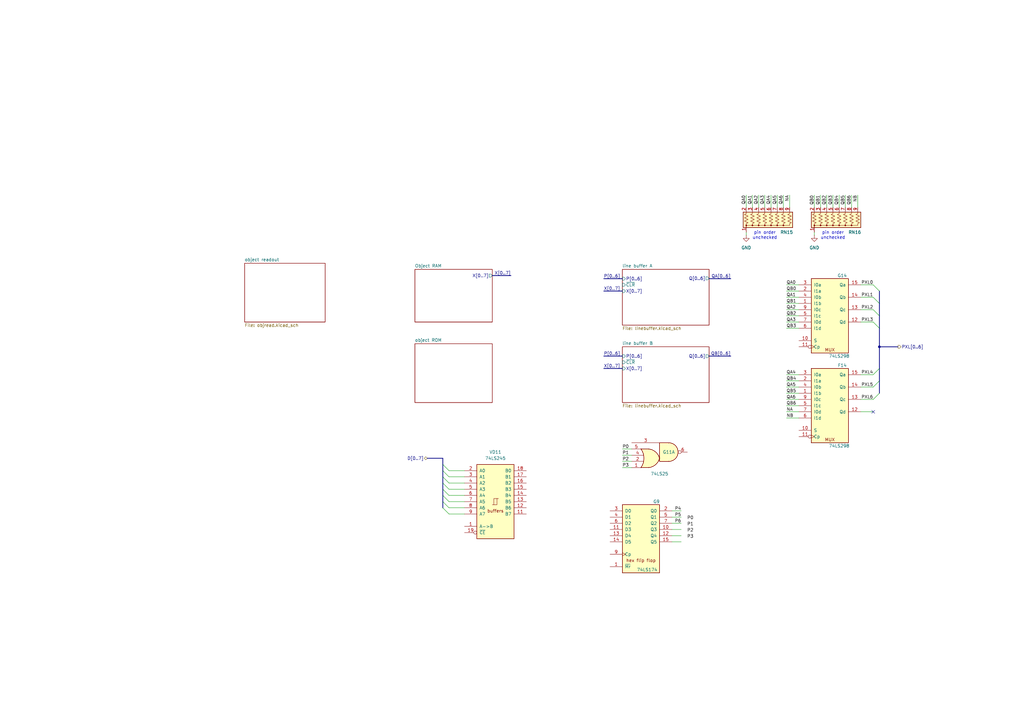
<source format=kicad_sch>
(kicad_sch (version 20231120) (generator "eeschema") (generator_version "8.0")
  (paper "A3")
  (title_block (date "2024-10-12") (company "JOTEGO") (comment 1 "Jose Tejada"))
  (lib_symbols
    (symbol "Device:R_Network08_US" (pin_names (offset 0) hide)
      (property "Reference" "RN" (at -12.7 0 90))
      (property "Value" "R_Network08_US" (at 10.16 0 90))
      (symbol "R_Network08_US_0_1"
        (rectangle (start -11.43 -3.175) (end 8.89 3.175) (stroke (width 0.254)) (fill (type background)))
        (circle (center -10.16 2.286) (radius 0.254) (fill (type outline)))
        (circle (center -7.62 2.286) (radius 0.254) (fill (type outline)))
        (circle (center -5.08 2.286) (radius 0.254) (fill (type outline)))
        (circle (center -2.54 2.286) (radius 0.254) (fill (type outline)))
        (polyline (pts (xy -10.16 2.286) (xy 7.62 2.286)))
        (polyline (pts (xy -10.16 2.286) (xy -10.16 1.524) (xy -9.398 1.1684) (xy -10.922 0.508) (xy -9.398 -0.1524) (xy -10.922 -0.8382) (xy -9.398 -1.524) (xy -10.922 -2.1844) (xy -10.16 -2.54) (xy -10.16 -3.81)))
        (polyline (pts (xy -7.62 2.286) (xy -7.62 1.524) (xy -6.858 1.1684) (xy -8.382 0.508) (xy -6.858 -0.1524) (xy -8.382 -0.8382) (xy -6.858 -1.524) (xy -8.382 -2.1844) (xy -7.62 -2.54) (xy -7.62 -3.81)))
        (polyline (pts (xy -5.08 2.286) (xy -5.08 1.524) (xy -4.318 1.1684) (xy -5.842 0.508) (xy -4.318 -0.1524) (xy -5.842 -0.8382) (xy -4.318 -1.524) (xy -5.842 -2.1844) (xy -5.08 -2.54) (xy -5.08 -3.81)))
        (polyline (pts (xy -2.54 2.286) (xy -2.54 1.524) (xy -1.778 1.1684) (xy -3.302 0.508) (xy -1.778 -0.1524) (xy -3.302 -0.8382) (xy -1.778 -1.524) (xy -3.302 -2.1844) (xy -2.54 -2.54) (xy -2.54 -3.81)))
        (polyline (pts (xy 0 2.286) (xy 0 1.524) (xy 0.762 1.1684) (xy -0.762 0.508) (xy 0.762 -0.1524) (xy -0.762 -0.8382) (xy 0.762 -1.524) (xy -0.762 -2.1844) (xy 0 -2.54) (xy 0 -3.81)))
        (polyline (pts (xy 2.54 2.286) (xy 2.54 1.524) (xy 3.302 1.1684) (xy 1.778 0.508) (xy 3.302 -0.1524) (xy 1.778 -0.8382) (xy 3.302 -1.524) (xy 1.778 -2.1844) (xy 2.54 -2.54) (xy 2.54 -3.81)))
        (polyline (pts (xy 5.08 2.286) (xy 5.08 1.524) (xy 5.842 1.1684) (xy 4.318 0.508) (xy 5.842 -0.1524) (xy 4.318 -0.8382) (xy 5.842 -1.524) (xy 4.318 -2.1844) (xy 5.08 -2.54) (xy 5.08 -3.81)))
        (polyline (pts (xy 7.62 2.286) (xy 7.62 1.524) (xy 8.382 1.1684) (xy 6.858 0.508) (xy 8.382 -0.1524) (xy 6.858 -0.8382) (xy 8.382 -1.524) (xy 6.858 -2.1844) (xy 7.62 -2.54) (xy 7.62 -3.81)))
        (circle (center 0 2.286) (radius 0.254) (fill (type outline)))
        (circle (center 2.54 2.286) (radius 0.254) (fill (type outline)))
        (circle (center 5.08 2.286) (radius 0.254) (fill (type outline)))
      )
      (symbol "R_Network08_US_1_1"
        (pin passive line (at -10.16 5.08 270) (length 2.54) (name "common") (number "1"))
        (pin passive line (at -10.16 -5.08 90) (length 1.27) (name "R1") (number "2"))
        (pin passive line (at -7.62 -5.08 90) (length 1.27) (name "R2") (number "3"))
        (pin passive line (at -5.08 -5.08 90) (length 1.27) (name "R3") (number "4"))
        (pin passive line (at -2.54 -5.08 90) (length 1.27) (name "R4") (number "5"))
        (pin passive line (at 0 -5.08 90) (length 1.27) (name "R5") (number "6"))
        (pin passive line (at 2.54 -5.08 90) (length 1.27) (name "R6") (number "7"))
        (pin passive line (at 5.08 -5.08 90) (length 1.27) (name "R7") (number "8"))
        (pin passive line (at 7.62 -5.08 90) (length 1.27) (name "R8") (number "9"))
      )
    )
    (symbol "jt74:74LS174" (pin_names (offset 1.016))
      (property "Reference" "U" (at 5.08 -12.7 0))
      (property "Value" "74LS174" (at 0 -5.08 0))
      (symbol "74LS174_0_0"
        (text "hex flip flop" (at 0 -10.16 0) (effects (font (size 1.27 1.27))))
      )
      (symbol "74LS174_1_0"
        (pin input line (at -12.7 -12.7 0) (length 5.08) (name "~{Mr}") (number "1"))
        (pin output line (at 12.7 2.54 180) (length 5.08) (name "Q3") (number "10"))
        (pin input line (at -12.7 2.54 0) (length 5.08) (name "D3") (number "11"))
        (pin output line (at 12.7 0 180) (length 5.08) (name "Q4") (number "12"))
        (pin input line (at -12.7 0 0) (length 5.08) (name "D4") (number "13"))
        (pin input line (at -12.7 -2.54 0) (length 5.08) (name "D5") (number "14"))
        (pin output line (at 12.7 -2.54 180) (length 5.08) (name "Q5") (number "15"))
        (pin output line (at 12.7 10.16 180) (length 5.08) (name "Q0") (number "2"))
        (pin input line (at -12.7 10.16 0) (length 5.08) (name "D0") (number "3"))
        (pin input line (at -12.7 7.62 0) (length 5.08) (name "D1") (number "4"))
        (pin output line (at 12.7 7.62 180) (length 5.08) (name "Q1") (number "5"))
        (pin input line (at -12.7 5.08 0) (length 5.08) (name "D2") (number "6"))
        (pin output line (at 12.7 5.08 180) (length 5.08) (name "Q2") (number "7"))
        (pin input clock (at -12.7 -7.62 0) (length 5.08) (name "Cp") (number "9"))
      )
      (symbol "74LS174_1_1"
        (rectangle (start -7.62 12.7) (end 7.62 -15.24) (stroke (width 0.254)) (fill (type background)))
        (pin power_in line (at 0 12.7 270) (length 5.08) hide (name "VCC") (number "16"))
        (pin power_in line (at 0 -15.24 90) (length 5.08) hide (name "VSS") (number "8"))
      )
    )
    (symbol "jt74:74LS245" (pin_names (offset 1.016))
      (property "Reference" "U" (at -7.62 16.51 0))
      (property "Value" "74LS245" (at 2.54 -13.97 0))
      (symbol "74LS245_0_0"
        (text "buffers" (at 0 -3.81 0) (effects (font (size 1.27 1.27))))
      )
      (symbol "74LS245_1_0"
        (polyline (pts (xy -0.635 -1.27) (xy -0.635 1.27) (xy 0.635 1.27)))
        (polyline (pts (xy -1.27 -1.27) (xy 0.635 -1.27) (xy 0.635 1.27) (xy 1.27 1.27)))
        (pin input line (at -12.7 -10.16 0) (length 5.08) (name "A->B") (number "1"))
        (pin tri_state line (at 12.7 -5.08 180) (length 5.08) (name "B7") (number "11"))
        (pin tri_state line (at 12.7 -2.54 180) (length 5.08) (name "B6") (number "12"))
        (pin tri_state line (at 12.7 0 180) (length 5.08) (name "B5") (number "13"))
        (pin tri_state line (at 12.7 2.54 180) (length 5.08) (name "B4") (number "14"))
        (pin tri_state line (at 12.7 5.08 180) (length 5.08) (name "B3") (number "15"))
        (pin tri_state line (at 12.7 7.62 180) (length 5.08) (name "B2") (number "16"))
        (pin tri_state line (at 12.7 10.16 180) (length 5.08) (name "B1") (number "17"))
        (pin tri_state line (at 12.7 12.7 180) (length 5.08) (name "B0") (number "18"))
        (pin input inverted (at -12.7 -12.7 0) (length 5.08) (name "~{CE}") (number "19"))
        (pin tri_state line (at -12.7 12.7 0) (length 5.08) (name "A0") (number "2"))
        (pin tri_state line (at -12.7 10.16 0) (length 5.08) (name "A1") (number "3"))
        (pin tri_state line (at -12.7 7.62 0) (length 5.08) (name "A2") (number "4"))
        (pin tri_state line (at -12.7 5.08 0) (length 5.08) (name "A3") (number "5"))
        (pin tri_state line (at -12.7 2.54 0) (length 5.08) (name "A4") (number "6"))
        (pin tri_state line (at -12.7 0 0) (length 5.08) (name "A5") (number "7"))
        (pin tri_state line (at -12.7 -2.54 0) (length 5.08) (name "A6") (number "8"))
        (pin tri_state line (at -12.7 -5.08 0) (length 5.08) (name "A7") (number "9"))
      )
      (symbol "74LS245_1_1"
        (rectangle (start -7.62 15.24) (end 7.62 -15.24) (stroke (width 0.254)) (fill (type background)))
      )
    )
    (symbol "jt74:74LS25" (pin_names (offset 1.016))
      (property "Reference" "U" (at 0 1.016 0))
      (property "Value" "74LS25" (at 0 -1.016 0))
      (symbol "74LS25_1_0"
        (pin input line (at -10.16 5.08 0) (length 3.81) (name "~") (number "1"))
        (pin input line (at -10.16 2.54 0) (length 4.826) (name "~") (number "2"))
        (pin input line (at -10.16 0 0) (length 4.826) (name "~") (number "4"))
        (pin input line (at -10.16 -2.54 0) (length 3.81) (name "~") (number "5"))
      )
      (symbol "74LS25_1_1"
        (arc (start -6.35 -2.54) (mid -5.129 1.27) (end -6.35 5.08) (stroke (width 0.254)))
        (arc (start -3.1496 -2.54) (mid -0.3545 -1.314) (end 1.27 1.27) (stroke (width 0.254)) (fill (type background)))
        (polyline (pts (xy -6.35 -2.54) (xy -3.175 -2.54)) (stroke (width 0.254)) (fill (type background)))
        (polyline (pts (xy -6.35 5.08) (xy -3.175 5.08)) (stroke (width 0.254)) (fill (type background)))
        (polyline (pts (xy 5.08 2.54) (xy 1.27 2.54) (xy 1.27 -5.08) (xy 5.08 -5.08)) (stroke (width 0.254)) (fill (type background)))
        (polyline (pts (xy -3.175 5.08) (xy -6.35 5.08) (xy -6.35 5.08) (xy -6.096 4.6736) (xy -5.5626 3.5306) (xy -5.2324 2.3114) (xy -5.1562 1.016) (xy -5.3086 -0.2286) (xy -5.715 -1.4478) (xy -6.35 -2.54) (xy -6.35 -2.54) (xy -3.175 -2.54)) (stroke (width -25.4)) (fill (type background)))
        (arc (start 1.27 1.27) (mid -0.3472 3.8625) (end -3.1496 5.08) (stroke (width 0.254)) (fill (type background)))
        (arc (start 5.08 -5.08) (mid 8.8734 -1.27) (end 5.08 2.54) (stroke (width 0.254)) (fill (type background)))
        (pin input line (at -10.16 -5.08 0) (length 11.43) (name "~") (number "3"))
        (pin output inverted (at 12.7 -1.27 180) (length 3.81) (name "~") (number "6"))
      )
      (symbol "74LS25_1_2"
        (arc (start 0 -3.81) (mid 3.7934 0) (end 0 3.81) (stroke (width 0.254)) (fill (type background)))
        (polyline (pts (xy 0 3.81) (xy -3.81 3.81) (xy -3.81 -3.81) (xy 0 -3.81)) (stroke (width 0.254)) (fill (type background)))
        (pin output line (at 7.62 0 180) (length 3.81) (name "~") (number "1"))
        (pin input inverted (at -7.62 2.54 0) (length 3.81) (name "~") (number "2"))
        (pin input inverted (at -7.62 -2.54 0) (length 3.81) (name "~") (number "3"))
      )
      (symbol "74LS25_2_0"
        (pin input line (at -10.16 2.54 0) (length 4.826) (name "~") (number "10"))
        (pin input line (at -10.16 0 0) (length 4.826) (name "~") (number "12"))
        (pin input line (at -10.16 -2.54 0) (length 3.81) (name "~") (number "13"))
        (pin input line (at -10.16 5.08 0) (length 3.81) (name "~") (number "9"))
      )
      (symbol "74LS25_2_1"
        (arc (start -6.35 -2.54) (mid -5.129 1.27) (end -6.35 5.08) (stroke (width 0.254)))
        (arc (start -3.1496 -2.54) (mid -0.3545 -1.314) (end 1.27 1.27) (stroke (width 0.254)) (fill (type background)))
        (polyline (pts (xy -6.35 -2.54) (xy -3.175 -2.54)) (stroke (width 0.254)) (fill (type background)))
        (polyline (pts (xy -6.35 5.08) (xy -3.175 5.08)) (stroke (width 0.254)) (fill (type background)))
        (polyline (pts (xy 5.08 2.54) (xy 1.27 2.54) (xy 1.27 -5.08) (xy 5.08 -5.08)) (stroke (width 0.254)) (fill (type background)))
        (polyline (pts (xy -3.175 5.08) (xy -6.35 5.08) (xy -6.35 5.08) (xy -6.096 4.6736) (xy -5.5626 3.5306) (xy -5.2324 2.3114) (xy -5.1562 1.016) (xy -5.3086 -0.2286) (xy -5.715 -1.4478) (xy -6.35 -2.54) (xy -6.35 -2.54) (xy -3.175 -2.54)) (stroke (width -25.4)) (fill (type background)))
        (arc (start 1.27 1.27) (mid -0.3472 3.8625) (end -3.1496 5.08) (stroke (width 0.254)) (fill (type background)))
        (arc (start 5.08 -5.08) (mid 8.8734 -1.27) (end 5.08 2.54) (stroke (width 0.254)) (fill (type background)))
        (pin input line (at -10.16 -5.08 0) (length 11.43) (name "~") (number "11"))
        (pin output inverted (at 12.7 -1.27 180) (length 3.81) (name "~") (number "8"))
      )
      (symbol "74LS25_2_2"
        (arc (start 0 -3.81) (mid 3.7934 0) (end 0 3.81) (stroke (width 0.254)) (fill (type background)))
        (polyline (pts (xy 0 3.81) (xy -3.81 3.81) (xy -3.81 -3.81) (xy 0 -3.81)) (stroke (width 0.254)) (fill (type background)))
        (pin output line (at 7.62 0 180) (length 3.81) (name "~") (number "4"))
        (pin input inverted (at -7.62 2.54 0) (length 3.81) (name "~") (number "5"))
        (pin input inverted (at -7.62 -2.54 0) (length 3.81) (name "~") (number "6"))
      )
      (symbol "74LS25_3_0"
        (pin power_in line (at 0 12.7 270) (length 5.08) (name "VCC") (number "14"))
        (pin power_in line (at 0 -12.7 90) (length 5.08) (name "GND") (number "7"))
      )
      (symbol "74LS25_3_1"
        (rectangle (start -5.08 7.62) (end 5.08 -7.62) (stroke (width 0.254)) (fill (type background)))
      )
      (symbol "74LS25_3_2"
        (arc (start 0 -3.81) (mid 3.7934 0) (end 0 3.81) (stroke (width 0.254)) (fill (type background)))
        (polyline (pts (xy 0 3.81) (xy -3.81 3.81) (xy -3.81 -3.81) (xy 0 -3.81)) (stroke (width 0.254)) (fill (type background)))
        (pin output line (at 7.62 0 180) (length 3.81) (name "~") (number "10"))
        (pin input inverted (at -7.62 2.54 0) (length 3.81) (name "~") (number "8"))
        (pin input inverted (at -7.62 -2.54 0) (length 3.81) (name "~") (number "9"))
      )
    )
    (symbol "jt74:74LS298" (pin_names (offset 1.016))
      (property "Reference" "U" (at -7.62 16.51 0))
      (property "Value" "74LS298" (at -7.62 -16.51 0))
      (symbol "74LS298_1_0"
        (pin input line (at -12.7 5.08 0) (length 5.08) (name "I1b") (number "1"))
        (pin input line (at -12.7 -10.16 0) (length 5.08) (name "S") (number "10"))
        (pin input inverted_clock (at -12.7 -12.7 0) (length 5.08) (name "Cp") (number "11"))
        (pin output line (at 12.7 -2.54 180) (length 5.08) (name "Qd") (number "12"))
        (pin output line (at 12.7 2.54 180) (length 5.08) (name "Qc") (number "13"))
        (pin output line (at 12.7 7.62 180) (length 5.08) (name "Qb") (number "14"))
        (pin output line (at 12.7 12.7 180) (length 5.08) (name "Qa") (number "15"))
        (pin power_in line (at 0 15.24 270) (length 5.08) hide (name "VCC") (number "16"))
        (pin input line (at -12.7 10.16 0) (length 5.08) (name "I1a") (number "2"))
        (pin input line (at -12.7 12.7 0) (length 5.08) (name "I0a") (number "3"))
        (pin input line (at -12.7 7.62 0) (length 5.08) (name "I0b") (number "4"))
        (pin input line (at -12.7 0 0) (length 5.08) (name "I1c") (number "5"))
        (pin input line (at -12.7 -5.08 0) (length 5.08) (name "I1d") (number "6"))
        (pin input line (at -12.7 -2.54 0) (length 5.08) (name "I0d") (number "7"))
        (pin power_in line (at 0 -15.24 90) (length 5.08) hide (name "VSS") (number "8"))
        (pin input line (at -12.7 2.54 0) (length 5.08) (name "I0c") (number "9"))
      )
      (symbol "74LS298_1_1"
        (rectangle (start -7.62 15.24) (end 7.62 -15.24) (stroke (width 0.254)) (fill (type background)))
        (text "MUX" (at 0 -13.97 0) (effects (font (size 1.27 1.27))))
      )
    )
    (symbol "power:GND" (power) (pin_numbers hide) (pin_names (offset 0) hide)
      (property "Value" "GND" (at 0 -3.81 0))
      (symbol "GND_0_1"
        (polyline (pts (xy 0 0) (xy 0 -1.27) (xy 1.27 -1.27) (xy 0 -2.54) (xy -1.27 -1.27) (xy 0 -1.27)))
      )
      (symbol "GND_1_1"
        (pin power_in line (at 0 0 270) (length 0) (name "~") (number "1"))
      )
    )
  )
  (junction (at 360.68 142.24))
  (no_connect (at 358.14 168.91))
  (bus_entry (at 181.61 195.58) (size 2.54 2.54))
  (bus_entry (at 181.61 198.12) (size 2.54 2.54))
  (bus_entry (at 181.61 200.66) (size 2.54 2.54))
  (bus_entry (at 358.14 116.84) (size 2.54 2.54))
  (bus_entry (at 181.61 205.74) (size 2.54 2.54))
  (bus_entry (at 181.61 190.5) (size 2.54 2.54))
  (bus_entry (at 181.61 193.04) (size 2.54 2.54))
  (bus_entry (at 358.14 121.92) (size 2.54 2.54))
  (bus_entry (at 358.14 127) (size 2.54 2.54))
  (bus_entry (at 358.14 158.75) (size 2.54 -2.54))
  (bus_entry (at 358.14 132.08) (size 2.54 2.54))
  (bus_entry (at 358.14 153.67) (size 2.54 -2.54))
  (bus_entry (at 181.61 203.2) (size 2.54 2.54))
  (bus_entry (at 358.14 163.83) (size 2.54 -2.54))
  (bus_entry (at 181.61 208.28) (size 2.54 2.54))
  (wire (pts (xy 275.59 209.55) (xy 279.4 209.55)))
  (wire (pts (xy 339.09 80.01) (xy 339.09 85.09)))
  (wire (pts (xy 255.27 184.15) (xy 259.08 184.15)))
  (wire (pts (xy 322.58 171.45) (xy 327.66 171.45)))
  (bus (pts (xy 360.68 156.21) (xy 360.68 161.29)))
  (wire (pts (xy 184.15 208.28) (xy 190.5 208.28)))
  (bus (pts (xy 360.68 119.38) (xy 360.68 124.46)))
  (wire (pts (xy 306.07 95.25) (xy 306.07 96.52)))
  (wire (pts (xy 353.06 121.92) (xy 358.14 121.92)))
  (wire (pts (xy 322.58 134.62) (xy 327.66 134.62)))
  (bus (pts (xy 290.83 146.05) (xy 299.72 146.05)))
  (bus (pts (xy 181.61 190.5) (xy 181.61 187.96)))
  (wire (pts (xy 316.23 80.01) (xy 316.23 85.09)))
  (wire (pts (xy 341.63 80.01) (xy 341.63 85.09)))
  (bus (pts (xy 247.65 151.13) (xy 255.27 151.13)))
  (wire (pts (xy 334.01 80.01) (xy 334.01 85.09)))
  (bus (pts (xy 181.61 205.74) (xy 181.61 203.2)))
  (wire (pts (xy 275.59 219.71) (xy 279.4 219.71)))
  (wire (pts (xy 275.59 214.63) (xy 279.4 214.63)))
  (bus (pts (xy 247.65 146.05) (xy 255.27 146.05)))
  (wire (pts (xy 275.59 212.09) (xy 279.4 212.09)))
  (wire (pts (xy 322.58 153.67) (xy 327.66 153.67)))
  (wire (pts (xy 313.69 80.01) (xy 313.69 85.09)))
  (bus (pts (xy 360.68 124.46) (xy 360.68 129.54)))
  (wire (pts (xy 353.06 168.91) (xy 358.14 168.91)))
  (wire (pts (xy 322.58 121.92) (xy 327.66 121.92)))
  (wire (pts (xy 311.15 80.01) (xy 311.15 85.09)))
  (wire (pts (xy 322.58 124.46) (xy 327.66 124.46)))
  (wire (pts (xy 255.27 186.69) (xy 259.08 186.69)))
  (wire (pts (xy 322.58 119.38) (xy 327.66 119.38)))
  (bus (pts (xy 181.61 200.66) (xy 181.61 198.12)))
  (wire (pts (xy 255.27 191.77) (xy 259.08 191.77)))
  (wire (pts (xy 275.59 217.17) (xy 279.4 217.17)))
  (bus (pts (xy 360.68 142.24) (xy 360.68 151.13)))
  (wire (pts (xy 318.77 80.01) (xy 318.77 85.09)))
  (wire (pts (xy 334.01 95.25) (xy 334.01 96.52)))
  (wire (pts (xy 322.58 132.08) (xy 327.66 132.08)))
  (bus (pts (xy 181.61 193.04) (xy 181.61 190.5)))
  (wire (pts (xy 322.58 129.54) (xy 327.66 129.54)))
  (bus (pts (xy 290.83 114.3) (xy 299.72 114.3)))
  (bus (pts (xy 360.68 151.13) (xy 360.68 156.21)))
  (wire (pts (xy 306.07 80.01) (xy 306.07 85.09)))
  (wire (pts (xy 255.27 189.23) (xy 259.08 189.23)))
  (wire (pts (xy 322.58 156.21) (xy 327.66 156.21)))
  (wire (pts (xy 275.59 222.25) (xy 279.4 222.25)))
  (wire (pts (xy 344.17 80.01) (xy 344.17 85.09)))
  (wire (pts (xy 322.58 158.75) (xy 327.66 158.75)))
  (wire (pts (xy 336.55 80.01) (xy 336.55 85.09)))
  (wire (pts (xy 353.06 153.67) (xy 358.14 153.67)))
  (wire (pts (xy 351.79 80.01) (xy 351.79 85.09)))
  (wire (pts (xy 184.15 203.2) (xy 190.5 203.2)))
  (wire (pts (xy 346.71 80.01) (xy 346.71 85.09)))
  (wire (pts (xy 353.06 127) (xy 358.14 127)))
  (wire (pts (xy 184.15 195.58) (xy 190.5 195.58)))
  (wire (pts (xy 308.61 80.01) (xy 308.61 85.09)))
  (bus (pts (xy 360.68 142.24) (xy 368.3 142.24)))
  (wire (pts (xy 349.25 80.01) (xy 349.25 85.09)))
  (bus (pts (xy 175.26 187.96) (xy 181.61 187.96)))
  (bus (pts (xy 247.65 119.38) (xy 255.27 119.38)))
  (wire (pts (xy 184.15 200.66) (xy 190.5 200.66)))
  (bus (pts (xy 247.65 114.3) (xy 255.27 114.3)))
  (wire (pts (xy 321.31 80.01) (xy 321.31 85.09)))
  (bus (pts (xy 181.61 203.2) (xy 181.61 200.66)))
  (bus (pts (xy 360.68 134.62) (xy 360.68 142.24)))
  (wire (pts (xy 184.15 193.04) (xy 190.5 193.04)))
  (bus (pts (xy 181.61 198.12) (xy 181.61 195.58)))
  (wire (pts (xy 353.06 163.83) (xy 358.14 163.83)))
  (wire (pts (xy 353.06 132.08) (xy 358.14 132.08)))
  (bus (pts (xy 181.61 195.58) (xy 181.61 193.04)))
  (wire (pts (xy 322.58 168.91) (xy 327.66 168.91)))
  (bus (pts (xy 201.93 113.03) (xy 209.55 113.03)))
  (wire (pts (xy 322.58 166.37) (xy 327.66 166.37)))
  (wire (pts (xy 322.58 161.29) (xy 327.66 161.29)))
  (wire (pts (xy 184.15 210.82) (xy 190.5 210.82)))
  (wire (pts (xy 322.58 127) (xy 327.66 127)))
  (wire (pts (xy 322.58 116.84) (xy 327.66 116.84)))
  (wire (pts (xy 184.15 205.74) (xy 190.5 205.74)))
  (wire (pts (xy 322.58 163.83) (xy 327.66 163.83)))
  (wire (pts (xy 323.85 80.01) (xy 323.85 85.09)))
  (bus (pts (xy 360.68 129.54) (xy 360.68 134.62)))
  (wire (pts (xy 353.06 158.75) (xy 358.14 158.75)))
  (wire (pts (xy 353.06 116.84) (xy 358.14 116.84)))
  (wire (pts (xy 184.15 198.12) (xy 190.5 198.12)))
  (bus (pts (xy 181.61 208.28) (xy 181.61 205.74)))
  (text "pin order\nunchecked" (at 313.69 96.52 0) (effects (font (size 1.27 1.27))))
  (text "pin order\nunchecked" (at 341.63 96.52 0) (effects (font (size 1.27 1.27))))
  (label "PXL4" (at 358.14 153.67 180))
  (label "QA2" (at 311.15 80.01 270))
  (label "QA0" (at 322.58 116.84 0))
  (label "QA1" (at 322.58 121.92 0))
  (label "NB" (at 322.58 171.45 0))
  (label "P3" (at 255.27 191.77 0))
  (label "QB5" (at 346.71 80.01 270))
  (label "QB[0..6]" (at 299.72 146.05 180))
  (label "QA5" (at 322.58 158.75 0))
  (label "P2" (at 255.27 189.23 0))
  (label "QA2" (at 322.58 127 0))
  (label "P1" (at 284.48 215.9 180))
  (label "P2" (at 284.48 218.44 180))
  (label "QA4" (at 322.58 153.67 0))
  (label "QB4" (at 344.17 80.01 270))
  (label "QB0" (at 322.58 119.38 0))
  (label "QB1" (at 336.55 80.01 270))
  (label "QA5" (at 318.77 80.01 270))
  (label "P4" (at 279.4 209.55 180))
  (label "QB6" (at 322.58 166.37 0))
  (label "QA[0..6]" (at 299.72 114.3 180))
  (label "QA6" (at 322.58 163.83 0))
  (label "QB3" (at 322.58 134.62 0))
  (label "QB1" (at 322.58 124.46 0))
  (label "NB" (at 351.79 80.01 270))
  (label "X[0..7]" (at 209.55 113.03 180))
  (label "P3" (at 284.48 220.98 180))
  (label "PXL6" (at 358.14 163.83 180))
  (label "QA6" (at 321.31 80.01 270))
  (label "P[0..6]" (at 247.65 146.05 0))
  (label "PXL5" (at 358.14 158.75 180))
  (label "PXL0" (at 358.14 116.84 180))
  (label "NA" (at 322.58 168.91 0))
  (label "P0" (at 284.48 213.36 180))
  (label "QB3" (at 341.63 80.01 270))
  (label "QA4" (at 316.23 80.01 270))
  (label "QB0" (at 334.01 80.01 270))
  (label "PXL2" (at 358.14 127 180))
  (label "QB4" (at 322.58 156.21 0))
  (label "PXL1" (at 358.14 121.92 180))
  (label "QB2" (at 339.09 80.01 270))
  (label "QA0" (at 306.07 80.01 270))
  (label "PXL3" (at 358.14 132.08 180))
  (label "X[0..7]" (at 247.65 119.38 0))
  (label "QA1" (at 308.61 80.01 270))
  (label "NA" (at 323.85 80.01 270))
  (label "QB6" (at 349.25 80.01 270))
  (label "QB2" (at 322.58 129.54 0))
  (label "P6" (at 279.4 214.63 180))
  (label "P1" (at 255.27 186.69 0))
  (label "QB5" (at 322.58 161.29 0))
  (label "P5" (at 279.4 212.09 180))
  (label "X[0..7]" (at 247.65 151.13 0))
  (label "P[0..6]" (at 247.65 114.3 0))
  (label "QA3" (at 313.69 80.01 270))
  (label "QA3" (at 322.58 132.08 0))
  (label "P0" (at 255.27 184.15 0))
  (hierarchical_label "PXL[0..6]" (shape output) (at 368.3 142.24 0))
  (hierarchical_label "D[0..7]" (shape bidirectional) (at 175.26 187.96 180))
  (symbol (lib_id "jt74:74LS25") (at 269.24 186.69 0) (mirror x) (unit 1)
    (property "Reference" "G11" (at 274.32 185.42 0))
    (property "Value" "74LS25" (at 270.5017 194.31 0))
    (property "Datasheet" "https://www.ti.com/lit/ds/symlink/sn7425.pdf" (effects (hide yes)))
    (property "Description" "dual 4-input nor gates with strobe" (effects (hide yes)))
  )
  (symbol (lib_id "jt74:74LS245") (at 203.2 205.74 0) (unit 1)
    (property "Reference" "VD11" (at 203.2 185.42 0))
    (property "Value" "74LS245" (at 203.2 187.96 0))
    (property "Datasheet" "http://www.ti.com/lit/gpn/sn74LS245" (effects (hide yes)))
    (property "Description" "Octal BUS Transceivers, 3-State outputs" (effects (hide yes)))
  )
  (symbol (lib_id "Device:R_Network08_US") (at 316.23 90.17 0) (mirror x) (unit 1)
    (property "Reference" "RN15" (at 320.04 95.25 0) (effects (justify left)))
    (property "Value" "R_Network08_US" (effects (hide yes)))
    (property "Footprint" "Resistor_THT:R_Array_SIP9" (effects (hide yes)))
    (property "Datasheet" "http://www.vishay.com/docs/31509/csc.pdf" (effects (hide yes)))
    (property "Description" "8 resistor network, star topology, bussed resistors, small US symbol" (effects (hide yes)))
  )
  (symbol (lib_id "power:GND") (at 306.07 96.52 0) (unit 1)
    (property "Reference" "#PWR09" (effects (hide yes)))
    (property "Value" "GND" (at 306.07 101.6 0))
    (property "Description" "Power symbol creates a global label with name \"GND\" , ground" (effects (hide yes)))
  )
  (symbol (lib_id "jt74:74LS298") (at 340.36 166.37 0) (unit 1)
    (property "Reference" "F14" (at 345.44 149.86 0))
    (property "Value" "74LS298" (at 344.17 182.88 0))
    (property "Datasheet" "http://www.ti.com/lit/gpn/sn74LS298" (effects (hide yes)))
    (property "Description" "Quad 2 to 1 multiplexer with storage" (effects (hide yes)))
  )
  (symbol (lib_id "jt74:74LS298") (at 340.36 129.54 0) (unit 1)
    (property "Reference" "G14" (at 345.44 113.03 0))
    (property "Value" "74LS298" (at 344.17 146.05 0))
    (property "Datasheet" "http://www.ti.com/lit/gpn/sn74LS298" (effects (hide yes)))
    (property "Description" "Quad 2 to 1 multiplexer with storage" (effects (hide yes)))
  )
  (symbol (lib_id "jt74:74LS174") (at 262.89 219.71 0) (unit 1)
    (property "Reference" "G9" (at 269.24 205.74 0))
    (property "Value" "74LS174" (at 265.43 233.68 0))
    (property "Datasheet" "http://www.ti.com/lit/gpn/sn74LS174" (effects (hide yes)))
    (property "Description" "Hex D-type Flip-Flop, reset" (effects (hide yes)))
  )
  (symbol (lib_id "power:GND") (at 334.01 96.52 0) (unit 1)
    (property "Reference" "#PWR010" (effects (hide yes)))
    (property "Value" "GND" (at 334.01 101.6 0))
    (property "Description" "Power symbol creates a global label with name \"GND\" , ground" (effects (hide yes)))
  )
  (symbol (lib_id "Device:R_Network08_US") (at 344.17 90.17 0) (mirror x) (unit 1)
    (property "Reference" "RN16" (at 347.98 95.25 0) (effects (justify left)))
    (property "Value" "R_Network08_US" (effects (hide yes)))
    (property "Footprint" "Resistor_THT:R_Array_SIP9" (effects (hide yes)))
    (property "Datasheet" "http://www.vishay.com/docs/31509/csc.pdf" (effects (hide yes)))
    (property "Description" "8 resistor network, star topology, bussed resistors, small US symbol" (effects (hide yes)))
  )
  (sheet (at 255.27 142.24) (size 35.56 22.86) (stroke (width 0.1524))
    (property "Sheetname" "line buffer B" (at 255.27 141.5284 0) (effects (justify left bottom)))
    (property "Sheetfile" "linebuffer.kicad_sch" (at 255.27 165.6846 0) (effects (justify left top)))
    (pin "Q[0..6]" output (at 290.83 146.05 0))
    (pin "P[0..6]" input (at 255.27 146.05 180))
    (pin "~{CLR}" input (at 255.27 148.59 180))
    (pin "X[0..7]" input (at 255.27 151.13 180))
  )
  (sheet (at 170.18 140.97) (size 31.75 24.13) (stroke (width 0.1524))
    (property "Sheetname" "object ROM" (at 170.18 140.2584 0) (effects (justify left bottom)))
    (property "Sheetfile" "objrom.kicad_sch" (effects (hide yes)))
  )
  (sheet (at 100.33 107.95) (size 33.02 24.13) (stroke (width 0.1524))
    (property "Sheetname" "object readout" (at 100.33 107.2384 0) (effects (justify left bottom)))
    (property "Sheetfile" "objread.kicad_sch" (at 100.33 132.6646 0) (effects (justify left top)))
  )
  (sheet (at 170.18 110.49) (size 31.75 21.59) (stroke (width 0.1524))
    (property "Sheetname" "Object RAM" (at 170.18 109.7784 0) (effects (justify left bottom)))
    (property "Sheetfile" "objram.kicad_sch" (effects (hide yes)))
    (pin "X[0..7]" output (at 201.93 113.03 0))
  )
  (sheet (at 255.27 110.49) (size 35.56 22.86) (stroke (width 0.1524))
    (property "Sheetname" "line buffer A" (at 255.27 109.7784 0) (effects (justify left bottom)))
    (property "Sheetfile" "linebuffer.kicad_sch" (at 255.27 133.9346 0) (effects (justify left top)))
    (pin "Q[0..6]" output (at 290.83 114.1677 0))
    (pin "P[0..6]" input (at 255.27 114.3 180))
    (pin "~{CLR}" input (at 255.27 116.84 180))
    (pin "X[0..7]" input (at 255.27 119.38 180))
  )
)
</source>
